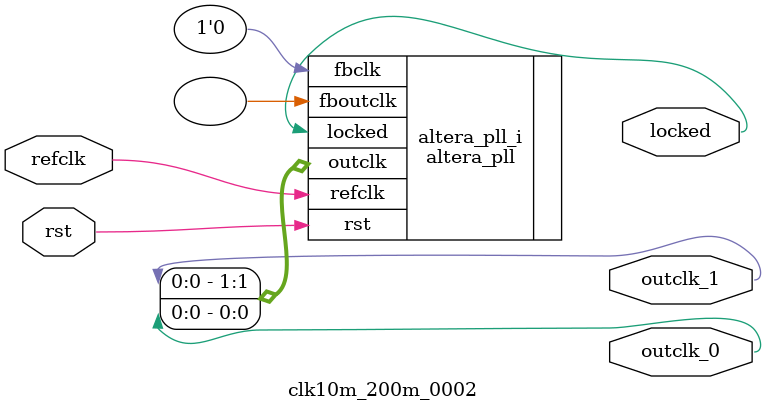
<source format=v>
`timescale 1ns/10ps
module  clk10m_200m_0002(

	// interface 'refclk'
	input wire refclk,

	// interface 'reset'
	input wire rst,

	// interface 'outclk0'
	output wire outclk_0,

	// interface 'outclk1'
	output wire outclk_1,

	// interface 'locked'
	output wire locked
);

	altera_pll #(
		.fractional_vco_multiplier("false"),
		.reference_clock_frequency("50.0 MHz"),
		.operation_mode("direct"),
		.number_of_clocks(2),
		.output_clock_frequency0("200.000000 MHz"),
		.phase_shift0("0 ps"),
		.duty_cycle0(50),
		.output_clock_frequency1("10.000000 MHz"),
		.phase_shift1("0 ps"),
		.duty_cycle1(50),
		.output_clock_frequency2("0 MHz"),
		.phase_shift2("0 ps"),
		.duty_cycle2(50),
		.output_clock_frequency3("0 MHz"),
		.phase_shift3("0 ps"),
		.duty_cycle3(50),
		.output_clock_frequency4("0 MHz"),
		.phase_shift4("0 ps"),
		.duty_cycle4(50),
		.output_clock_frequency5("0 MHz"),
		.phase_shift5("0 ps"),
		.duty_cycle5(50),
		.output_clock_frequency6("0 MHz"),
		.phase_shift6("0 ps"),
		.duty_cycle6(50),
		.output_clock_frequency7("0 MHz"),
		.phase_shift7("0 ps"),
		.duty_cycle7(50),
		.output_clock_frequency8("0 MHz"),
		.phase_shift8("0 ps"),
		.duty_cycle8(50),
		.output_clock_frequency9("0 MHz"),
		.phase_shift9("0 ps"),
		.duty_cycle9(50),
		.output_clock_frequency10("0 MHz"),
		.phase_shift10("0 ps"),
		.duty_cycle10(50),
		.output_clock_frequency11("0 MHz"),
		.phase_shift11("0 ps"),
		.duty_cycle11(50),
		.output_clock_frequency12("0 MHz"),
		.phase_shift12("0 ps"),
		.duty_cycle12(50),
		.output_clock_frequency13("0 MHz"),
		.phase_shift13("0 ps"),
		.duty_cycle13(50),
		.output_clock_frequency14("0 MHz"),
		.phase_shift14("0 ps"),
		.duty_cycle14(50),
		.output_clock_frequency15("0 MHz"),
		.phase_shift15("0 ps"),
		.duty_cycle15(50),
		.output_clock_frequency16("0 MHz"),
		.phase_shift16("0 ps"),
		.duty_cycle16(50),
		.output_clock_frequency17("0 MHz"),
		.phase_shift17("0 ps"),
		.duty_cycle17(50),
		.pll_type("General"),
		.pll_subtype("General")
	) altera_pll_i (
		.rst	(rst),
		.outclk	({outclk_1, outclk_0}),
		.locked	(locked),
		.fboutclk	( ),
		.fbclk	(1'b0),
		.refclk	(refclk)
	);
endmodule


</source>
